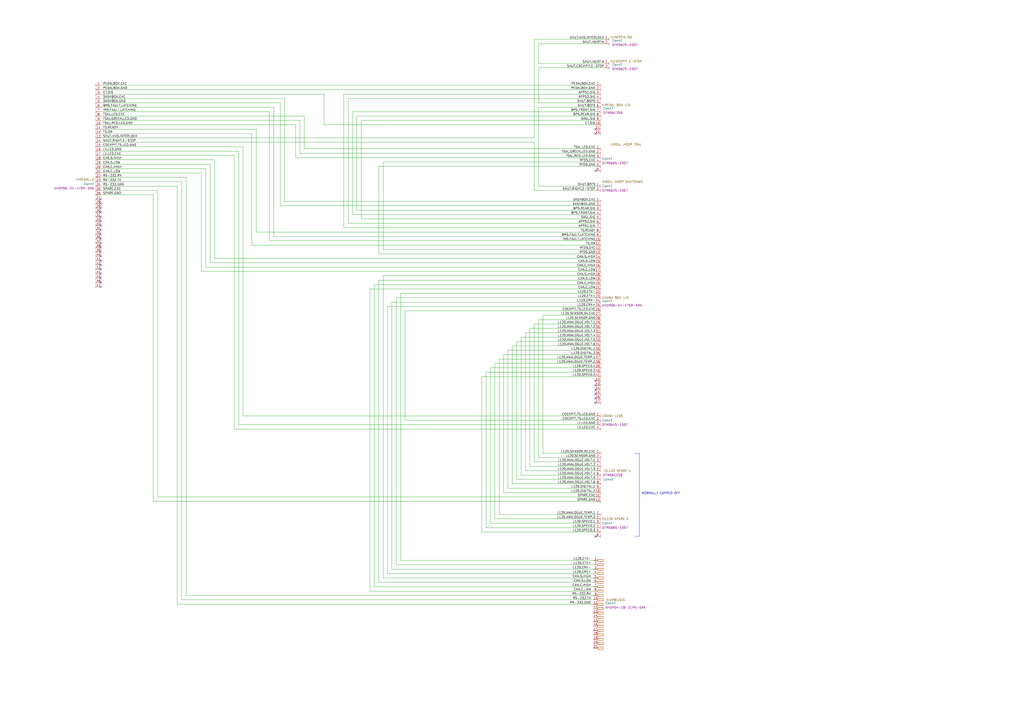
<source format=kicad_sch>
(kicad_sch (version 20230121) (generator eeschema)
  (paper "A2")
  (title_block (title "LOOM - FRONT"))
  (lib_symbols
    (symbol "Connectors_SUFST:AMPHENOL-21P-Pannel"
      (property "Reference" "Conn" (at 0 -1.905 0))
      (property "P/N" "AHDP04-18-21PN-SRA" (at 0 0 0))
      (symbol "AMPHENOL-21P-Pannel_0_1"
        (polyline (pts (xy -0.635 -55.245) (xy 1.905 -55.245)))
        (polyline (pts (xy -0.635 -50.165) (xy 1.905 -50.165)))
        (polyline (pts (xy -0.635 -45.085) (xy 1.905 -45.085)))
        (polyline (pts (xy -0.635 -40.005) (xy 1.905 -40.005)))
        (polyline (pts (xy -0.635 -34.925) (xy 1.905 -34.925)))
        (polyline (pts (xy -0.635 -29.845) (xy 1.905 -29.845)))
        (polyline (pts (xy -0.635 -24.765) (xy 1.905 -24.765)))
        (polyline (pts (xy -0.635 -19.685) (xy 1.905 -19.685)))
        (polyline (pts (xy -0.635 -14.605) (xy 1.905 -14.605)))
        (polyline (pts (xy -0.635 -9.525) (xy 1.905 -9.525)))
        (polyline (pts (xy -0.635 -4.445) (xy 1.905 -4.445)))
      )
      (symbol "AMPHENOL-21P-Pannel_1_1"
        (rectangle (start -3.81 -54.61) (end -0.635 -55.88) (fill (type color) (color 255 229 191 1)))
        (rectangle (start -3.81 -52.07) (end -0.635 -53.34) (fill (type color) (color 255 229 191 1)))
        (rectangle (start -3.81 -49.53) (end -0.635 -50.8) (fill (type color) (color 255 229 191 1)))
        (rectangle (start -3.81 -46.99) (end -0.635 -48.26) (fill (type color) (color 255 229 191 1)))
        (rectangle (start -3.81 -44.45) (end -0.635 -45.72) (fill (type color) (color 255 229 191 1)))
        (rectangle (start -3.81 -41.91) (end -0.635 -43.18) (fill (type color) (color 255 229 191 1)))
        (rectangle (start -3.81 -39.37) (end -0.635 -40.64) (fill (type color) (color 255 229 191 1)))
        (rectangle (start -3.81 -36.83) (end -0.635 -38.1) (fill (type color) (color 255 229 191 1)))
        (rectangle (start -3.81 -34.29) (end -0.635 -35.56) (fill (type color) (color 255 229 191 1)))
        (rectangle (start -3.81 -31.75) (end -0.635 -33.02) (fill (type color) (color 255 229 191 1)))
        (rectangle (start -3.81 -29.21) (end -0.635 -30.48) (fill (type color) (color 255 229 191 1)))
        (rectangle (start -3.81 -26.67) (end -0.635 -27.94) (fill (type color) (color 255 229 191 1)))
        (rectangle (start -3.81 -24.13) (end -0.635 -25.4) (fill (type color) (color 255 229 191 1)))
        (rectangle (start -3.81 -21.59) (end -0.635 -22.86) (fill (type color) (color 255 229 191 1)))
        (rectangle (start -3.81 -19.05) (end -0.635 -20.32) (fill (type color) (color 255 229 191 1)))
        (rectangle (start -3.81 -16.51) (end -0.635 -17.78) (fill (type color) (color 255 229 191 1)))
        (rectangle (start -3.81 -13.97) (end -0.635 -15.24) (fill (type color) (color 255 229 191 1)))
        (rectangle (start -3.81 -11.43) (end -0.635 -12.7) (fill (type color) (color 255 229 191 1)))
        (rectangle (start -3.81 -8.89) (end -0.635 -10.16) (fill (type color) (color 255 229 191 1)))
        (rectangle (start -3.81 -6.35) (end -0.635 -7.62) (fill (type color) (color 255 229 191 1)))
        (rectangle (start -3.81 -3.81) (end -0.635 -5.08) (fill (type color) (color 255 229 191 1)))
        (pin input line (at 1.905 -4.445 180) (length 2.54) (name "") (number "1"))
        (pin input line (at 1.905 -27.305 180) (length 2.54) (name "") (number "10"))
        (pin input line (at 1.905 -29.845 180) (length 2.54) (name "") (number "11"))
        (pin input line (at 1.905 -32.385 180) (length 2.54) (name "") (number "12"))
        (pin input line (at 1.905 -34.925 180) (length 2.54) (name "") (number "13"))
        (pin input line (at 1.905 -37.465 180) (length 2.54) (name "") (number "14"))
        (pin input line (at 1.905 -40.005 180) (length 2.54) (name "") (number "15"))
        (pin input line (at 1.905 -42.545 180) (length 2.54) (name "") (number "16"))
        (pin input line (at 1.905 -45.085 180) (length 2.54) (name "") (number "17"))
        (pin input line (at 1.905 -47.625 180) (length 2.54) (name "") (number "18"))
        (pin input line (at 1.905 -50.165 180) (length 2.54) (name "") (number "19"))
        (pin input line (at 1.905 -6.985 180) (length 2.54) (name "") (number "2"))
        (pin input line (at 1.905 -52.705 180) (length 2.54) (name "") (number "20"))
        (pin input line (at 1.905 -55.245 180) (length 2.54) (name "") (number "21"))
        (pin input line (at 1.905 -9.525 180) (length 2.54) (name "") (number "3"))
        (pin input line (at 1.905 -12.065 180) (length 2.54) (name "") (number "4"))
        (pin input line (at 1.905 -14.605 180) (length 2.54) (name "") (number "5"))
        (pin input line (at 1.905 -17.145 180) (length 2.54) (name "") (number "6"))
        (pin input line (at 1.905 -19.685 180) (length 2.54) (name "") (number "7"))
        (pin input line (at 1.905 -22.225 180) (length 2.54) (name "") (number "8"))
        (pin input line (at 1.905 -24.765 180) (length 2.54) (name "") (number "9"))
      )
    )
    (symbol "Connectors_SUFST:AMPHENOL-47P-Recepticle"
      (property "Reference" "Conn" (at 0 0.635 0))
      (property "P/N" "AHDP06-24-47SR-SRA" (at 0 0 0))
      (symbol "AMPHENOL-47P-Recepticle_0_1"
        (arc (start -2.5368 -119.3807) (mid -1.9833 -118.7463) (end -2.5355 -118.1107))
        (arc (start -2.5368 -114.3007) (mid -1.9833 -113.6663) (end -2.5355 -113.0307))
        (arc (start -2.5368 -109.2207) (mid -1.9833 -108.5863) (end -2.5355 -107.9507))
        (arc (start -2.5368 -104.1407) (mid -1.9833 -103.5063) (end -2.5355 -102.8707))
        (arc (start -2.5368 -99.0607) (mid -1.9833 -98.4263) (end -2.5355 -97.7907))
        (arc (start -2.5368 -93.9807) (mid -1.9833 -93.3463) (end -2.5355 -92.7107))
        (arc (start -2.5368 -88.9007) (mid -1.9833 -88.2663) (end -2.5355 -87.6307))
        (arc (start -2.5368 -83.8207) (mid -1.9833 -83.1863) (end -2.5355 -82.5507))
        (arc (start -2.5368 -78.7407) (mid -1.9833 -78.1063) (end -2.5355 -77.4707))
        (arc (start -2.5368 -73.6607) (mid -1.9833 -73.0263) (end -2.5355 -72.3907))
        (arc (start -2.5368 -68.5807) (mid -1.9833 -67.9463) (end -2.5355 -67.3107))
        (arc (start -2.5368 -63.5007) (mid -1.9833 -62.8663) (end -2.5355 -62.2307))
        (arc (start -2.5368 -58.4207) (mid -1.9833 -57.7863) (end -2.5355 -57.1507))
        (arc (start -2.5368 -53.3407) (mid -1.9833 -52.7063) (end -2.5355 -52.0707))
        (arc (start -2.5368 -48.2607) (mid -1.9833 -47.6263) (end -2.5355 -46.9907))
        (arc (start -2.5368 -43.1807) (mid -1.9833 -42.5463) (end -2.5355 -41.9107))
        (arc (start -2.5368 -38.1007) (mid -1.9833 -37.4663) (end -2.5355 -36.8307))
        (arc (start -2.5368 -33.0207) (mid -1.9833 -32.3863) (end -2.5355 -31.7507))
        (arc (start -2.5368 -27.9407) (mid -1.9833 -27.3063) (end -2.5355 -26.6707))
        (arc (start -2.5368 -22.8607) (mid -1.9833 -22.2263) (end -2.5355 -21.5907))
        (arc (start -2.5368 -17.7807) (mid -1.9833 -17.1463) (end -2.5355 -16.5107))
        (arc (start -2.5368 -12.7007) (mid -1.9833 -12.0663) (end -2.5355 -11.4307))
        (arc (start -2.5368 -7.6207) (mid -1.9833 -6.9863) (end -2.5355 -6.3507))
        (arc (start -2.5368 -2.5407) (mid -1.9833 -1.9063) (end -2.5355 -1.2707))
        (arc (start -2.4524 -116.8401) (mid -1.8989 -116.2057) (end -2.4511 -115.5701))
        (arc (start -2.4524 -111.7601) (mid -1.8989 -111.1257) (end -2.4511 -110.4901))
        (arc (start -2.4524 -106.6801) (mid -1.8989 -106.0457) (end -2.4511 -105.4101))
        (arc (start -2.4524 -101.6001) (mid -1.8989 -100.9657) (end -2.4511 -100.3301))
        (arc (start -2.4524 -96.5201) (mid -1.8989 -95.8857) (end -2.4511 -95.2501))
        (arc (start -2.4524 -91.4401) (mid -1.8989 -90.8057) (end -2.4511 -90.1701))
        (arc (start -2.4524 -86.3601) (mid -1.8989 -85.7257) (end -2.4511 -85.0901))
        (arc (start -2.4524 -81.2801) (mid -1.8989 -80.6457) (end -2.4511 -80.0101))
        (arc (start -2.4524 -76.2001) (mid -1.8989 -75.5657) (end -2.4511 -74.9301))
        (arc (start -2.4524 -71.1201) (mid -1.8989 -70.4857) (end -2.4511 -69.8501))
        (arc (start -2.4524 -66.0401) (mid -1.8989 -65.4057) (end -2.4511 -64.7701))
        (arc (start -2.4524 -60.9601) (mid -1.8989 -60.3257) (end -2.4511 -59.6901))
        (arc (start -2.4524 -55.8801) (mid -1.8989 -55.2457) (end -2.4511 -54.6101))
        (arc (start -2.4524 -50.8001) (mid -1.8989 -50.1657) (end -2.4511 -49.5301))
        (arc (start -2.4524 -45.7201) (mid -1.8989 -45.0857) (end -2.4511 -44.4501))
        (arc (start -2.4524 -40.6401) (mid -1.8989 -40.0057) (end -2.4511 -39.3701))
        (arc (start -2.4524 -35.5601) (mid -1.8989 -34.9257) (end -2.4511 -34.2901))
        (arc (start -2.4524 -30.4801) (mid -1.8989 -29.8457) (end -2.4511 -29.2101))
        (arc (start -2.4524 -25.4001) (mid -1.8989 -24.7657) (end -2.4511 -24.1301))
        (arc (start -2.4524 -20.3201) (mid -1.8989 -19.6857) (end -2.4511 -19.0501))
        (arc (start -2.4524 -15.2401) (mid -1.8989 -14.6057) (end -2.4511 -13.9701))
        (arc (start -2.4524 -10.1601) (mid -1.8989 -9.5257) (end -2.4511 -8.8901))
        (arc (start -2.4524 -5.0801) (mid -1.8989 -4.4457) (end -2.4511 -3.8101))
      )
      (symbol "AMPHENOL-47P-Recepticle_1_1"
        (pin input line (at 0.635 -1.905 180) (length 2.54) (name "") (number "1"))
        (pin input line (at 0.635 -24.765 180) (length 2.54) (name "") (number "10"))
        (pin input line (at 0.635 -27.305 180) (length 2.54) (name "") (number "11"))
        (pin input line (at 0.635 -29.845 180) (length 2.54) (name "") (number "12"))
        (pin input line (at 0.635 -32.385 180) (length 2.54) (name "") (number "13"))
        (pin input line (at 0.635 -34.925 180) (length 2.54) (name "") (number "14"))
        (pin input line (at 0.635 -37.465 180) (length 2.54) (name "") (number "15"))
        (pin input line (at 0.635 -40.005 180) (length 2.54) (name "") (number "16"))
        (pin input line (at 0.635 -42.545 180) (length 2.54) (name "") (number "17"))
        (pin input line (at 0.635 -45.085 180) (length 2.54) (name "") (number "18"))
        (pin input line (at 0.635 -47.625 180) (length 2.54) (name "") (number "19"))
        (pin input line (at 0.635 -4.445 180) (length 2.54) (name "") (number "2"))
        (pin input line (at 0.635 -50.165 180) (length 2.54) (name "") (number "20"))
        (pin input line (at 0.635 -52.705 180) (length 2.54) (name "") (number "21"))
        (pin input line (at 0.635 -55.245 180) (length 2.54) (name "") (number "22"))
        (pin input line (at 0.635 -57.785 180) (length 2.54) (name "") (number "23"))
        (pin input line (at 0.635 -60.325 180) (length 2.54) (name "") (number "24"))
        (pin input line (at 0.635 -62.865 180) (length 2.54) (name "") (number "25"))
        (pin input line (at 0.635 -65.405 180) (length 2.54) (name "") (number "26"))
        (pin input line (at 0.635 -67.945 180) (length 2.54) (name "") (number "27"))
        (pin input line (at 0.635 -70.485 180) (length 2.54) (name "") (number "28"))
        (pin input line (at 0.635 -73.025 180) (length 2.54) (name "") (number "29"))
        (pin input line (at 0.635 -6.985 180) (length 2.54) (name "") (number "3"))
        (pin input line (at 0.635 -75.565 180) (length 2.54) (name "") (number "30"))
        (pin input line (at 0.635 -78.105 180) (length 2.54) (name "") (number "31"))
        (pin input line (at 0.635 -80.645 180) (length 2.54) (name "") (number "32"))
        (pin input line (at 0.635 -83.185 180) (length 2.54) (name "") (number "33"))
        (pin input line (at 0.635 -85.725 180) (length 2.54) (name "") (number "34"))
        (pin input line (at 0.635 -88.265 180) (length 2.54) (name "") (number "35"))
        (pin input line (at 0.635 -90.805 180) (length 2.54) (name "") (number "36"))
        (pin input line (at 0.635 -93.345 180) (length 2.54) (name "") (number "37"))
        (pin input line (at 0.635 -95.885 180) (length 2.54) (name "") (number "38"))
        (pin input line (at 0.635 -98.425 180) (length 2.54) (name "") (number "39"))
        (pin input line (at 0.635 -9.525 180) (length 2.54) (name "") (number "4"))
        (pin input line (at 0.635 -100.965 180) (length 2.54) (name "") (number "40"))
        (pin input line (at 0.635 -103.505 180) (length 2.54) (name "") (number "41"))
        (pin input line (at 0.635 -106.045 180) (length 2.54) (name "") (number "42"))
        (pin input line (at 0.635 -108.585 180) (length 2.54) (name "") (number "43"))
        (pin input line (at 0.635 -111.125 180) (length 2.54) (name "") (number "44"))
        (pin input line (at 0.635 -113.665 180) (length 2.54) (name "") (number "45"))
        (pin input line (at 0.635 -116.205 180) (length 2.54) (name "") (number "46"))
        (pin input line (at 0.635 -118.745 180) (length 2.54) (name "") (number "47"))
        (pin input line (at 0.635 -12.065 180) (length 2.54) (name "") (number "5"))
        (pin input line (at 0.635 -14.605 180) (length 2.54) (name "") (number "6"))
        (pin input line (at 0.635 -17.145 180) (length 2.54) (name "") (number "7"))
        (pin input line (at 0.635 -19.685 180) (length 2.54) (name "") (number "8"))
        (pin input line (at 0.635 -22.225 180) (length 2.54) (name "") (number "9"))
      )
    )
    (symbol "Connectors_SUFST:Deutsch_DTM_12S_Pin"
      (property "Reference" "Conn" (at 0 0.635 0))
      (property "P/N" "DTM0612SB" (at 0 0 0))
      (symbol "Deutsch_DTM_12S_Pin_0_1"
        (arc (start -2.5368 -27.9407) (mid -1.9833 -27.3063) (end -2.5355 -26.6707))
        (arc (start -2.5368 -22.8607) (mid -1.9833 -22.2263) (end -2.5355 -21.5907))
        (arc (start -2.5368 -17.7807) (mid -1.9833 -17.1463) (end -2.5355 -16.5107))
        (arc (start -2.5368 -12.7007) (mid -1.9833 -12.0663) (end -2.5355 -11.4307))
        (arc (start -2.5368 -7.6207) (mid -1.9833 -6.9863) (end -2.5355 -6.3507))
        (arc (start -2.5368 -2.5407) (mid -1.9833 -1.9063) (end -2.5355 -1.2707))
        (arc (start -2.4524 -30.4801) (mid -1.8989 -29.8457) (end -2.4511 -29.2101))
        (arc (start -2.4524 -25.4001) (mid -1.8989 -24.7657) (end -2.4511 -24.1301))
        (arc (start -2.4524 -20.3201) (mid -1.8989 -19.6857) (end -2.4511 -19.0501))
        (arc (start -2.4524 -15.2401) (mid -1.8989 -14.6057) (end -2.4511 -13.9701))
        (arc (start -2.4524 -10.1601) (mid -1.8989 -9.5257) (end -2.4511 -8.8901))
        (arc (start -2.4524 -5.0801) (mid -1.8989 -4.4457) (end -2.4511 -3.8101))
      )
      (symbol "Deutsch_DTM_12S_Pin_1_1"
        (pin input line (at 0.635 -29.845 180) (length 2.54) (name "") (number "1"))
        (pin input line (at 0.635 -6.985 180) (length 2.54) (name "") (number "10"))
        (pin input line (at 0.635 -4.445 180) (length 2.54) (name "") (number "11"))
        (pin input line (at 0.635 -1.905 180) (length 2.54) (name "") (number "12"))
        (pin input line (at 0.635 -27.305 180) (length 2.54) (name "") (number "2"))
        (pin input line (at 0.635 -24.765 180) (length 2.54) (name "") (number "3"))
        (pin input line (at 0.635 -22.225 180) (length 2.54) (name "") (number "4"))
        (pin input line (at 0.635 -19.685 180) (length 2.54) (name "") (number "5"))
        (pin input line (at 0.635 -17.145 180) (length 2.54) (name "") (number "6"))
        (pin input line (at 0.635 -14.605 180) (length 2.54) (name "") (number "7"))
        (pin input line (at 0.635 -12.065 180) (length 2.54) (name "") (number "8"))
        (pin input line (at 0.635 -9.525 180) (length 2.54) (name "") (number "9"))
      )
    )
    (symbol "Connectors_SUFST:Deutsch_DTM_2S_Pin"
      (property "Reference" "Conn" (at 0 0.635 0))
      (property "P/N" "DTM062S-E007" (at 0 0 0))
      (symbol "Deutsch_DTM_2S_Pin_0_1"
        (arc (start -2.5368 -2.5407) (mid -1.9833 -1.9063) (end -2.5355 -1.2707))
        (arc (start -2.4524 -5.0801) (mid -1.8989 -4.4457) (end -2.4511 -3.8101))
      )
      (symbol "Deutsch_DTM_2S_Pin_1_1"
        (pin input line (at 0.635 -4.445 180) (length 2.54) (name "") (number "1"))
        (pin input line (at 0.635 -1.905 180) (length 2.54) (name "") (number "2"))
      )
    )
    (symbol "Connectors_SUFST:Deutsch_DTM_4S_Pin"
      (property "Reference" "Conn" (at 0 0.635 0))
      (property "P/N" "DTM064S-E007" (at 0 0 0))
      (symbol "Deutsch_DTM_4S_Pin_0_1"
        (arc (start -2.5368 -7.6207) (mid -1.9833 -6.9863) (end -2.5355 -6.3507))
        (arc (start -2.5368 -2.5407) (mid -1.9833 -1.9063) (end -2.5355 -1.2707))
        (arc (start -2.4524 -10.1601) (mid -1.8989 -9.5257) (end -2.4511 -8.8901))
        (arc (start -2.4524 -5.0801) (mid -1.8989 -4.4457) (end -2.4511 -3.8101))
      )
      (symbol "Deutsch_DTM_4S_Pin_1_1"
        (pin input line (at 0.635 -9.525 180) (length 2.54) (name "") (number "1"))
        (pin input line (at 0.635 -6.985 180) (length 2.54) (name "") (number "2"))
        (pin input line (at 0.635 -4.445 180) (length 2.54) (name "") (number "3"))
        (pin input line (at 0.635 -1.905 180) (length 2.54) (name "") (number "4"))
      )
    )
    (symbol "Connectors_SUFST:Deutsch_DTM_6S_Pin"
      (property "Reference" "Conn" (at 0 0.635 0))
      (property "P/N" "DTM066S-E007" (at 0 0 0))
      (symbol "Deutsch_DTM_6S_Pin_0_1"
        (arc (start -2.5368 -12.7007) (mid -1.9833 -12.0663) (end -2.5355 -11.4307))
        (arc (start -2.5368 -7.6207) (mid -1.9833 -6.9863) (end -2.5355 -6.3507))
        (arc (start -2.5368 -2.5407) (mid -1.9833 -1.9063) (end -2.5355 -1.2707))
        (arc (start -2.4524 -15.2401) (mid -1.8989 -14.6057) (end -2.4511 -13.9701))
        (arc (start -2.4524 -10.1601) (mid -1.8989 -9.5257) (end -2.4511 -8.8901))
        (arc (start -2.4524 -5.0801) (mid -1.8989 -4.4457) (end -2.4511 -3.8101))
      )
      (symbol "Deutsch_DTM_6S_Pin_1_1"
        (pin input line (at 0.635 -14.605 180) (length 2.54) (name "") (number "1"))
        (pin input line (at 0.635 -12.065 180) (length 2.54) (name "") (number "2"))
        (pin input line (at 0.635 -9.525 180) (length 2.54) (name "") (number "3"))
        (pin input line (at 0.635 -6.985 180) (length 2.54) (name "") (number "4"))
        (pin input line (at 0.635 -4.445 180) (length 2.54) (name "") (number "5"))
        (pin input line (at 0.635 -1.905 180) (length 2.54) (name "") (number "6"))
      )
    )
  )
  (no_connect (at 58.42 130.81))
  (no_connect (at 345.44 233.68))
  (no_connect (at 58.42 125.73))
  (no_connect (at 345.44 226.06))
  (no_connect (at 58.42 161.29))
  (no_connect (at 58.42 166.37))
  (no_connect (at 58.42 123.19))
  (no_connect (at 58.42 133.35))
  (no_connect (at 58.42 158.75))
  (no_connect (at 58.42 151.13))
  (no_connect (at 58.42 120.65))
  (no_connect (at 345.44 99.06))
  (no_connect (at 58.42 163.83))
  (no_connect (at 345.44 223.52))
  (no_connect (at 58.42 146.05))
  (no_connect (at 345.44 231.14))
  (no_connect (at 58.42 118.11))
  (no_connect (at 58.42 153.67))
  (no_connect (at 58.42 148.59))
  (no_connect (at 58.42 143.51))
  (no_connect (at 345.44 74.93))
  (no_connect (at 345.44 311.15))
  (no_connect (at 58.42 128.27))
  (no_connect (at 345.44 228.6))
  (no_connect (at 345.44 220.98))
  (no_connect (at 58.42 115.57))
  (no_connect (at 58.42 140.97))
  (no_connect (at 58.42 135.89))
  (no_connect (at 58.42 138.43))
  (no_connect (at 345.44 77.47))
  (no_connect (at 58.42 156.21))
  (polyline (pts (xy 370.84 262.89) (xy 370.84 311.15)))
  (wire (pts (xy 345.44 275.59) (xy 302.26 275.59)))
  (wire (pts (xy 91.44 288.29) (xy 345.44 288.29)))
  (wire (pts (xy 299.72 278.13) (xy 345.44 278.13)))
  (wire (pts (xy 102.87 107.95) (xy 102.87 350.52)))
  (wire (pts (xy 58.42 95.25) (xy 121.92 95.25)))
  (wire (pts (xy 88.9 290.83) (xy 88.9 113.03)))
  (wire (pts (xy 201.93 57.15) (xy 345.44 57.15)))
  (wire (pts (xy 345.44 172.72) (xy 229.87 172.72)))
  (wire (pts (xy 207.01 121.92) (xy 345.44 121.92)))
  (wire (pts (xy 58.42 92.71) (xy 124.46 92.71)))
  (wire (pts (xy 345.44 280.67) (xy 297.18 280.67)))
  (wire (pts (xy 345.44 144.78) (xy 222.25 144.78)))
  (wire (pts (xy 345.44 69.85) (xy 209.55 69.85)))
  (wire (pts (xy 232.41 325.12) (xy 344.17 325.12)))
  (wire (pts (xy 58.42 85.09) (xy 140.97 85.09)))
  (wire (pts (xy 58.42 57.15) (xy 165.1 57.15)))
  (wire (pts (xy 224.79 177.8) (xy 345.44 177.8)))
  (wire (pts (xy 158.75 137.16) (xy 345.44 137.16)))
  (wire (pts (xy 187.96 54.61) (xy 187.96 72.39)))
  (wire (pts (xy 158.75 62.23) (xy 158.75 137.16)))
  (wire (pts (xy 345.44 110.49) (xy 309.88 110.49)))
  (wire (pts (xy 58.42 52.07) (xy 345.44 52.07)))
  (wire (pts (xy 309.88 187.96) (xy 309.88 267.97)))
  (wire (pts (xy 345.44 96.52) (xy 219.71 96.52)))
  (wire (pts (xy 350.52 39.37) (xy 312.42 39.37)))
  (wire (pts (xy 309.88 267.97) (xy 345.44 267.97)))
  (wire (pts (xy 107.95 102.87) (xy 107.95 345.44)))
  (wire (pts (xy 58.42 72.39) (xy 171.45 72.39)))
  (wire (pts (xy 138.43 87.63) (xy 138.43 246.38)))
  (wire (pts (xy 224.79 332.74) (xy 224.79 177.8)))
  (wire (pts (xy 58.42 54.61) (xy 187.96 54.61)))
  (wire (pts (xy 227.33 330.2) (xy 344.17 330.2)))
  (wire (pts (xy 314.96 262.89) (xy 345.44 262.89)))
  (wire (pts (xy 281.94 215.9) (xy 281.94 306.07)))
  (wire (pts (xy 135.89 248.92) (xy 345.44 248.92)))
  (wire (pts (xy 107.95 345.44) (xy 344.17 345.44)))
  (wire (pts (xy 58.42 100.33) (xy 116.84 100.33)))
  (wire (pts (xy 297.18 200.66) (xy 345.44 200.66)))
  (wire (pts (xy 58.42 77.47) (xy 146.05 77.47)))
  (wire (pts (xy 299.72 198.12) (xy 299.72 278.13)))
  (wire (pts (xy 345.44 187.96) (xy 309.88 187.96)))
  (wire (pts (xy 312.42 25.4) (xy 312.42 36.83)))
  (wire (pts (xy 345.44 265.43) (xy 312.42 265.43)))
  (wire (pts (xy 58.42 80.01) (xy 309.88 80.01)))
  (wire (pts (xy 156.21 139.7) (xy 156.21 64.77)))
  (wire (pts (xy 146.05 142.24) (xy 345.44 142.24)))
  (wire (pts (xy 119.38 97.79) (xy 119.38 154.94)))
  (wire (pts (xy 289.56 298.45) (xy 289.56 208.28)))
  (wire (pts (xy 345.44 180.34) (xy 234.95 180.34)))
  (wire (pts (xy 58.42 105.41) (xy 105.41 105.41)))
  (wire (pts (xy 116.84 157.48) (xy 345.44 157.48)))
  (wire (pts (xy 345.44 124.46) (xy 204.47 124.46)))
  (wire (pts (xy 344.17 342.9) (xy 214.63 342.9)))
  (wire (pts (xy 287.02 210.82) (xy 287.02 300.99)))
  (wire (pts (xy 58.42 62.23) (xy 158.75 62.23)))
  (wire (pts (xy 217.17 165.1) (xy 217.17 340.36)))
  (wire (pts (xy 345.44 215.9) (xy 281.94 215.9)))
  (wire (pts (xy 58.42 102.87) (xy 107.95 102.87)))
  (wire (pts (xy 279.4 308.61) (xy 279.4 218.44)))
  (wire (pts (xy 148.59 74.93) (xy 148.59 134.62)))
  (wire (pts (xy 345.44 285.75) (xy 292.1 285.75)))
  (wire (pts (xy 345.44 290.83) (xy 88.9 290.83)))
  (wire (pts (xy 292.1 205.74) (xy 345.44 205.74)))
  (wire (pts (xy 124.46 92.71) (xy 124.46 149.86)))
  (wire (pts (xy 199.39 132.08) (xy 345.44 132.08)))
  (wire (pts (xy 345.44 129.54) (xy 201.93 129.54)))
  (wire (pts (xy 232.41 325.12) (xy 232.41 170.18)))
  (wire (pts (xy 58.42 82.55) (xy 309.88 82.55)))
  (wire (pts (xy 116.84 157.48) (xy 116.84 100.33)))
  (wire (pts (xy 345.44 203.2) (xy 294.64 203.2)))
  (wire (pts (xy 222.25 93.98) (xy 222.25 144.78)))
  (wire (pts (xy 209.55 127) (xy 345.44 127)))
  (wire (pts (xy 58.42 59.69) (xy 162.56 59.69)))
  (wire (pts (xy 345.44 270.51) (xy 307.34 270.51)))
  (wire (pts (xy 121.92 152.4) (xy 121.92 95.25)))
  (wire (pts (xy 227.33 330.2) (xy 227.33 175.26)))
  (wire (pts (xy 312.42 107.95) (xy 345.44 107.95)))
  (wire (pts (xy 292.1 285.75) (xy 292.1 205.74)))
  (wire (pts (xy 312.42 36.83) (xy 350.52 36.83)))
  (wire (pts (xy 58.42 97.79) (xy 119.38 97.79)))
  (wire (pts (xy 307.34 190.5) (xy 345.44 190.5)))
  (wire (pts (xy 289.56 208.28) (xy 345.44 208.28)))
  (wire (pts (xy 345.44 308.61) (xy 279.4 308.61)))
  (wire (pts (xy 171.45 72.39) (xy 171.45 91.44)))
  (wire (pts (xy 281.94 306.07) (xy 345.44 306.07)))
  (wire (pts (xy 165.1 116.84) (xy 345.44 116.84)))
  (wire (pts (xy 345.44 298.45) (xy 289.56 298.45)))
  (wire (pts (xy 302.26 275.59) (xy 302.26 195.58)))
  (wire (pts (xy 58.42 67.31) (xy 176.53 67.31)))
  (wire (pts (xy 204.47 124.46) (xy 204.47 64.77)))
  (wire (pts (xy 345.44 198.12) (xy 299.72 198.12)))
  (wire (pts (xy 58.42 49.53) (xy 345.44 49.53)))
  (wire (pts (xy 58.42 107.95) (xy 102.87 107.95)))
  (wire (pts (xy 284.48 213.36) (xy 345.44 213.36)))
  (wire (pts (xy 214.63 167.64) (xy 214.63 342.9)))
  (wire (pts (xy 309.88 110.49) (xy 309.88 82.55)))
  (wire (pts (xy 345.44 303.53) (xy 284.48 303.53)))
  (wire (pts (xy 135.89 90.17) (xy 135.89 248.92)))
  (wire (pts (xy 176.53 67.31) (xy 176.53 86.36)))
  (wire (pts (xy 102.87 350.52) (xy 344.17 350.52)))
  (wire (pts (xy 304.8 273.05) (xy 345.44 273.05)))
  (wire (pts (xy 224.79 332.74) (xy 344.17 332.74)))
  (wire (pts (xy 344.17 337.82) (xy 219.71 337.82)))
  (wire (pts (xy 222.25 160.02) (xy 222.25 335.28)))
  (wire (pts (xy 232.41 170.18) (xy 345.44 170.18)))
  (wire (pts (xy 217.17 340.36) (xy 344.17 340.36)))
  (wire (pts (xy 304.8 193.04) (xy 304.8 273.05)))
  (wire (pts (xy 294.64 283.21) (xy 345.44 283.21)))
  (wire (pts (xy 312.42 39.37) (xy 312.42 59.69)))
  (wire (pts (xy 287.02 300.99) (xy 345.44 300.99)))
  (wire (pts (xy 345.44 139.7) (xy 156.21 139.7)))
  (wire (pts (xy 91.44 110.49) (xy 91.44 288.29)))
  (wire (pts (xy 105.41 347.98) (xy 344.17 347.98)))
  (wire (pts (xy 204.47 64.77) (xy 345.44 64.77)))
  (wire (pts (xy 171.45 91.44) (xy 345.44 91.44)))
  (wire (pts (xy 219.71 147.32) (xy 345.44 147.32)))
  (wire (pts (xy 345.44 119.38) (xy 162.56 119.38)))
  (wire (pts (xy 58.42 69.85) (xy 173.99 69.85)))
  (wire (pts (xy 345.44 193.04) (xy 304.8 193.04)))
  (wire (pts (xy 146.05 77.47) (xy 146.05 142.24)))
  (wire (pts (xy 162.56 119.38) (xy 162.56 59.69)))
  (wire (pts (xy 58.42 64.77) (xy 156.21 64.77)))
  (wire (pts (xy 350.52 25.4) (xy 312.42 25.4)))
  (wire (pts (xy 222.25 93.98) (xy 345.44 93.98)))
  (polyline (pts (xy 370.84 311.15) (xy 368.3 311.15)))
  (wire (pts (xy 176.53 86.36) (xy 345.44 86.36)))
  (wire (pts (xy 307.34 270.51) (xy 307.34 190.5)))
  (wire (pts (xy 279.4 218.44) (xy 345.44 218.44)))
  (wire (pts (xy 219.71 162.56) (xy 219.71 337.82)))
  (wire (pts (xy 229.87 172.72) (xy 229.87 327.66)))
  (wire (pts (xy 199.39 54.61) (xy 199.39 132.08)))
  (wire (pts (xy 58.42 74.93) (xy 148.59 74.93)))
  (wire (pts (xy 312.42 59.69) (xy 345.44 59.69)))
  (wire (pts (xy 314.96 182.88) (xy 314.96 262.89)))
  (wire (pts (xy 345.44 62.23) (xy 312.42 62.23)))
  (wire (pts (xy 344.17 335.28) (xy 222.25 335.28)))
  (wire (pts (xy 284.48 303.53) (xy 284.48 213.36)))
  (wire (pts (xy 119.38 154.94) (xy 345.44 154.94)))
  (wire (pts (xy 345.44 165.1) (xy 217.17 165.1)))
  (wire (pts (xy 165.1 57.15) (xy 165.1 116.84)))
  (wire (pts (xy 345.44 88.9) (xy 173.99 88.9)))
  (wire (pts (xy 234.95 243.84) (xy 345.44 243.84)))
  (wire (pts (xy 345.44 54.61) (xy 199.39 54.61)))
  (wire (pts (xy 312.42 62.23) (xy 312.42 107.95)))
  (wire (pts (xy 312.42 185.42) (xy 345.44 185.42)))
  (wire (pts (xy 219.71 96.52) (xy 219.71 147.32)))
  (wire (pts (xy 173.99 88.9) (xy 173.99 69.85)))
  (wire (pts (xy 229.87 327.66) (xy 344.17 327.66)))
  (wire (pts (xy 209.55 69.85) (xy 209.55 127)))
  (wire (pts (xy 227.33 175.26) (xy 345.44 175.26)))
  (wire (pts (xy 345.44 182.88) (xy 314.96 182.88)))
  (wire (pts (xy 140.97 85.09) (xy 140.97 241.3)))
  (wire (pts (xy 148.59 134.62) (xy 345.44 134.62)))
  (wire (pts (xy 187.96 72.39) (xy 345.44 72.39)))
  (wire (pts (xy 58.42 87.63) (xy 138.43 87.63)))
  (wire (pts (xy 207.01 67.31) (xy 207.01 121.92)))
  (wire (pts (xy 58.42 110.49) (xy 91.44 110.49)))
  (wire (pts (xy 297.18 280.67) (xy 297.18 200.66)))
  (wire (pts (xy 345.44 167.64) (xy 214.63 167.64)))
  (wire (pts (xy 302.26 195.58) (xy 345.44 195.58)))
  (wire (pts (xy 140.97 241.3) (xy 345.44 241.3)))
  (wire (pts (xy 124.46 149.86) (xy 345.44 149.86)))
  (wire (pts (xy 105.41 105.41) (xy 105.41 347.98)))
  (wire (pts (xy 345.44 160.02) (xy 222.25 160.02)))
  (wire (pts (xy 345.44 210.82) (xy 287.02 210.82)))
  (wire (pts (xy 345.44 67.31) (xy 207.01 67.31)))
  (wire (pts (xy 121.92 152.4) (xy 345.44 152.4)))
  (wire (pts (xy 312.42 265.43) (xy 312.42 185.42)))
  (wire (pts (xy 309.88 22.86) (xy 350.52 22.86)))
  (wire (pts (xy 58.42 90.17) (xy 135.89 90.17)))
  (wire (pts (xy 88.9 113.03) (xy 58.42 113.03)))
  (wire (pts (xy 309.88 80.01) (xy 309.88 22.86)))
  (wire (pts (xy 138.43 246.38) (xy 345.44 246.38)))
  (wire (pts (xy 294.64 203.2) (xy 294.64 283.21)))
  (wire (pts (xy 234.95 180.34) (xy 234.95 243.84)))
  (wire (pts (xy 345.44 162.56) (xy 219.71 162.56)))
  (polyline (pts (xy 368.3 262.89) (xy 370.84 262.89)))
  (wire (pts (xy 201.93 129.54) (xy 201.93 57.15)))
  (text "NORMALLY CAPPED OFF" (at 372.11 287.02 0) (effects (font (size 1.27 1.27)) (justify left bottom)))
  (label "DASHBOX.GND" (at 59.69 59.69 0))
  (label "PEDALBOX.GND" (at 59.69 52.07 0))
  (label "TSAL.RED.LED.GND" (at 345.44 91.44 180))
  (label "CAN.S.HIGH" (at 345.44 149.86 180))
  (label "L120.SPEED.3" (at 345.44 218.44 180))
  (label "TS.READY" (at 345.44 134.62 180))
  (label "RS-232.TX" (at 59.69 105.41 0))
  (label "RS-232.GND" (at 59.69 107.95 0))
  (label "CAN.S.HIGH" (at 59.69 92.71 0))
  (label "APPS2.SIG" (at 345.44 129.54 180))
  (label "COCKPIT.TS.LED.EXC" (at 345.44 180.34 180))
  (label "LV.LED.GND" (at 345.44 246.38 180))
  (label "L120.ANALOGUE.VOLT.2" (at 345.44 270.51 180))
  (label "L120.ANALOGUE.TEMP.1" (at 345.44 208.28 180))
  (label "LV.LED.EXC" (at 345.44 248.92 180))
  (label "L120.ANALOGUE.VOLT.5" (at 345.44 198.12 180))
  (label "L120.ANALOGUE.VOLT.3" (at 345.44 273.05 180))
  (label "CAN.C.LOW" (at 342.9 342.9 180))
  (label "PEDALBOX.EXC" (at 59.69 49.53 0))
  (label "CT.SIG" (at 59.69 54.61 0))
  (label "L120.DIGITAL.1" (at 345.44 283.21 180))
  (label "L120.ETX+" (at 345.44 172.72 180))
  (label "SHUT.COCKPIT.E-STOP" (at 350.52 39.37 180))
  (label "DASHBOX.EXC" (at 59.69 57.15 0))
  (label "SPARE.GND" (at 59.69 113.03 0))
  (label "CAN.S.HIGH" (at 342.9 335.28 180))
  (label "DASHBOX.GND" (at 345.44 119.38 180))
  (label "L120.ERX+" (at 345.44 177.8 180))
  (label "L120.ANALOGUE.VOLT.4" (at 345.44 275.59 180))
  (label "BPS.FRONT.SIG" (at 345.44 124.46 180))
  (label "CAN.S.LOW" (at 345.44 162.56 180))
  (label "TS.ON" (at 59.69 77.47 0))
  (label "CAN.C.HIGH" (at 345.44 165.1 180))
  (label "SHUT.HVD.INTERLOCK" (at 59.69 80.01 0))
  (label "L120.SPEED.2" (at 345.44 215.9 180))
  (label "TSAL.LED.EXC" (at 345.44 86.36 180))
  (label "RTDS.GND" (at 345.44 96.52 180))
  (label "L120.ANALOGUE.VOLT.1" (at 345.44 187.96 180))
  (label "L120.ANALOGUE.TEMP.2" (at 345.44 210.82 180))
  (label "COCKPIT.TS.LED.GND" (at 345.44 241.3 180))
  (label "L120.ETX+" (at 342.9 327.66 180))
  (label "RS-232.TX" (at 342.9 347.98 180))
  (label "L120.ANALOGUE.TEMP.1" (at 345.44 298.45 180))
  (label "L120.ERX+" (at 342.9 332.74 180))
  (label "L120.ANALOGUE.VOLT.6" (at 345.44 200.66 180))
  (label "CAN.C.HIGH" (at 342.9 340.36 180))
  (label "L120.SPEED.3" (at 345.44 308.61 180))
  (label "L120.ANALOGUE.VOLT.4" (at 345.44 195.58 180))
  (label "CAN.C.LOW" (at 345.44 167.64 180))
  (label "RS-232.GND" (at 342.9 350.52 180))
  (label "CAN.S.LOW" (at 342.9 337.82 180))
  (label "SAGL.SIG" (at 345.44 127 180))
  (label "BPS.REAR.SIG" (at 345.44 67.31 180))
  (label "L120.ETX-" (at 345.44 170.18 180))
  (label "CAN.S.LOW" (at 59.69 95.25 0))
  (label "L120.ANALOGUE.VOLT.2" (at 345.44 190.5 180))
  (label "L120.ANALOGUE.VOLT.3" (at 345.44 193.04 180))
  (label "L120.ANALOGUE.VOLT.1" (at 345.44 267.97 180))
  (label "L120.ETX-" (at 342.9 325.12 180))
  (label "SHUT.BOTS" (at 345.44 107.95 180))
  (label "L120.ANALOGUE.TEMP.2" (at 345.44 300.99 180))
  (label "L120.SENSOR.GND" (at 345.44 265.43 180))
  (label "IMD.FAULT.LATCHING" (at 345.44 139.7 180))
  (label "SHUT.BSPD" (at 345.44 59.69 180))
  (label "RTDS.EXC" (at 345.44 144.78 180))
  (label "LV.LED.EXC" (at 59.69 90.17 0))
  (label "TSAL.GREEN.LED.GND" (at 345.44 88.9 180))
  (label "L120.ERX-" (at 345.44 175.26 180))
  (label "SPARE.EXC" (at 345.44 288.29 180))
  (label "L120.ANALOGUE.VOLT.6" (at 345.44 280.67 180))
  (label "RS-232.RX" (at 59.69 102.87 0))
  (label "BMS.FAULT.LATCHING" (at 59.69 62.23 0))
  (label "L120.SPEED.2" (at 345.44 306.07 180))
  (label "COCKPIT.TS.LED.GND" (at 59.69 85.09 0))
  (label "IMD.FAULT.LATCHING" (at 59.69 64.77 0))
  (label "L120.SENSOR.GND" (at 345.44 185.42 180))
  (label "CAN.C.HIGH" (at 345.44 154.94 180))
  (label "BPS.FRONT.SIG" (at 345.44 64.77 180))
  (label "SHUT.INERTIA" (at 350.52 25.4 180))
  (label "L120.SPEED.1" (at 345.44 213.36 180))
  (label "RS-232.RX" (at 342.9 345.44 180))
  (label "CAN.S.LOW" (at 345.44 152.4 180))
  (label "L120.DIGITAL.2" (at 345.44 205.74 180))
  (label "SPARE.EXC" (at 59.69 110.49 0))
  (label "CAN.C.LOW" (at 345.44 157.48 180))
  (label "TSAL.RED.LED.GND" (at 59.69 72.39 0))
  (label "L120.ANALOGUE.VOLT.5" (at 345.44 278.13 180))
  (label "CAN.C.LOW" (at 59.69 100.33 0))
  (label "CAN.C.HIGH" (at 59.69 97.79 0))
  (label "LV.LED.GND" (at 59.69 87.63 0))
  (label "SHUT.RIGHT.E-STOP" (at 345.44 110.49 180))
  (label "DASHBOX.EXC" (at 345.44 116.84 180))
  (label "TS.ON" (at 345.44 142.24 180))
  (label "BMS.FAULT.LATCHING" (at 345.44 137.16 180))
  (label "APPS2.SIG" (at 345.44 57.15 180))
  (label "TSAL.LED.EXC" (at 59.69 67.31 0))
  (label "SAGL.SIG" (at 345.44 69.85 180))
  (label "SPARE.GND" (at 345.44 290.83 180))
  (label "APPS1.SIG" (at 345.44 132.08 180))
  (label "L120.DIGITAL.2" (at 345.44 285.75 180))
  (label "SHUT.INERTIA" (at 350.52 36.83 180))
  (label "CT.SIG" (at 345.44 72.39 180))
  (label "L120.DIGITAL.1" (at 345.44 203.2 180))
  (label "RTDS.EXC" (at 345.44 93.98 180))
  (label "TS.READY" (at 59.69 74.93 0))
  (label "CAN.S.HIGH" (at 345.44 160.02 180))
  (label "L120.SENSOR.5V.EXC" (at 345.44 262.89 180))
  (label "PEDALBOX.EXC" (at 345.44 49.53 180))
  (label "APPS1.SIG" (at 345.44 54.61 180))
  (label "L120.SPEED.1" (at 345.44 303.53 180))
  (label "TSAL.GREEN.LED.GND" (at 59.69 69.85 0))
  (label "BPS.REAR.SIG" (at 345.44 121.92 180))
  (label "SHUT.BOTS" (at 345.44 62.23 180))
  (label "L120.SENSOR.5V.EXC" (at 345.44 182.88 180))
  (label "RTDS.GND" (at 345.44 147.32 180))
  (label "SHUT.HVD.INTERLOCK" (at 350.52 22.86 180))
  (label "COCKPIT.TS.LED.EXC" (at 345.44 243.84 180))
  (label "SHUT.RIGHT.E-STOP" (at 59.69 82.55 0))
  (label "PEDALBOX.GND" (at 345.44 52.07 180))
  (label "L120.ERX-" (at 342.9 330.2 180))
  (hierarchical_label "INERTIA SW" (shape bidirectional) (at 354.33 21.59 0))
  (hierarchical_label "ROLL HOOP TSAL" (shape bidirectional) (at 354.33 83.82 0))
  (hierarchical_label "L120 SPARE 2" (shape input) (at 349.25 300.99 0))
  (hierarchical_label "DASH BOX I{slash}O" (shape bidirectional) (at 349.25 172.72 0))
  (hierarchical_label "ROLL HOOP SHUTDOWN" (shape bidirectional) (at 349.25 105.41 0))
  (hierarchical_label "COCKPIT E-STOP" (shape bidirectional) (at 354.33 35.56 0))
  (hierarchical_label "FIREWALL" (shape bidirectional) (at 54.61 104.14 180))
  (hierarchical_label "PEDAL BOX I{slash}O" (shape bidirectional) (at 349.25 60.96 0))
  (hierarchical_label "L120 SPARE 1" (shape input) (at 350.52 273.05 0))
  (hierarchical_label "DASH LEDS" (shape input) (at 349.25 241.3 0))
  (hierarchical_label "UMBILICAL" (shape bidirectional) (at 351.79 347.98 0))
  (symbol (lib_id "Connectors_SUFST:AMPHENOL-21P-Pannel") (at 346.075 320.675 0) (mirror y) (unit 1)
    (property "Reference" "Conn?" (at 351.155 349.885 0) (effects (justify right)))
    (property "Value" "AMPHENOL-21P-Pannel" (effects hide))
    (property "P/N" "AHDP04-18-21PN-SRA" (at 351.155 352.425 0) (effects (justify right)))
  )
  (symbol (lib_id "Connectors_SUFST:Deutsch_DTM_6S_Pin") (at 346.075 313.055 180) (unit 1)
    (property "Reference" "Conn?" (at 349.25 303.5296 0) (effects (justify right)))
    (property "Value" "Deutsch_DTM_6S_Pin" (effects hide))
    (property "P/N" "DTM066S-E007" (at 349.25 306.0696 0) (effects (justify right)))
  )
  (symbol (lib_id "Connectors_SUFST:Deutsch_DTM_4S_Pin") (at 346.075 250.825 180) (unit 1)
    (property "Reference" "Conn?" (at 349.25 243.8396 0) (effects (justify right)))
    (property "Value" "Deutsch_DTM_4S_Pin" (effects hide))
    (property "P/N" "DTM064S-E007" (at 349.25 246.3796 0) (effects (justify right)))
  )
  (symbol (lib_id "Connectors_SUFST:Deutsch_DTM_12S_Pin") (at 346.075 79.375 180) (unit 1)
    (property "Reference" "Conn?" (at 349.885 62.8646 0) (effects (justify right)))
    (property "Value" "Deutsch_DTM_12S_Pin" (effects hide))
    (property "P/N" "DTM0612SB" (at 349.885 65.4046 0) (effects (justify right)))
  )
  (symbol (lib_id "Connectors_SUFST:Deutsch_DTM_6S_Pin") (at 346.075 100.965 180) (unit 1)
    (property "Reference" "Conn?" (at 349.25 92.0746 0) (effects (justify right)))
    (property "Value" "Deutsch_DTM_6S_Pin" (effects hide))
    (property "P/N" "DTM066S-E007" (at 349.25 94.6146 0) (effects (justify right)))
  )
  (symbol (lib_id "Connectors_SUFST:Deutsch_DTM_2S_Pin") (at 346.075 112.395 180) (unit 1)
    (property "Reference" "Conn?" (at 349.25 107.9496 0) (effects (justify right)))
    (property "Value" "Deutsch_DTM_2S_Pin" (effects hide))
    (property "P/N" "DTM062S-E007" (at 349.25 110.4896 0) (effects (justify right)))
  )
  (symbol (lib_id "Connectors_SUFST:Deutsch_DTM_2S_Pin") (at 351.155 41.275 180) (unit 1)
    (property "Reference" "Conn?" (at 354.965 37.4646 0) (effects (justify right)))
    (property "Value" "Deutsch_DTM_2S_Pin" (effects hide))
    (property "P/N" "DTM062S-E007" (at 354.965 40.0046 0) (effects (justify right)))
  )
  (symbol (lib_id "Connectors_SUFST:AMPHENOL-47P-Recepticle") (at 57.785 47.625 0) (unit 1)
    (property "Reference" "Conn?" (at 54.61 106.6807 0) (effects (justify right)))
    (property "Value" "AMPHENOL-47P-Recepticle" (effects hide))
    (property "P/N" "AHDP06-24-47SR-SRA" (at 54.61 109.2207 0) (effects (justify right)))
  )
  (symbol (lib_id "Connectors_SUFST:AMPHENOL-47P-Recepticle") (at 346.075 114.935 0) (mirror y) (unit 1)
    (property "Reference" "Conn?" (at 349.25 174.6257 0) (effects (justify right)))
    (property "Value" "AMPHENOL-47P-Pannel" (effects hide))
    (property "P/N" "AHDP06-24-47SR-SRA" (at 349.25 177.1657 0) (effects (justify right)))
  )
  (symbol (lib_id "Connectors_SUFST:Deutsch_DTM_2S_Pin") (at 351.155 27.305 180) (unit 1)
    (property "Reference" "Conn?" (at 354.965 23.4946 0) (effects (justify right)))
    (property "Value" "Deutsch_DTM_2S_Pin" (effects hide))
    (property "P/N" "DTM062S-E007" (at 354.965 26.0346 0) (effects (justify right)))
  )
  (symbol (lib_id "Connectors_SUFST:Deutsch_DTM_12S_Pin") (at 346.075 292.735 180) (unit 1)
    (property "Reference" "Conn?" (at 349.885 278.1296 0) (effects (justify right)))
    (property "Value" "Deutsch_DTM_12S_Pin" (effects hide))
    (property "P/N" "DTM0612SB" (at 349.885 275.5896 0) (effects (justify right)))
  )
)
</source>
